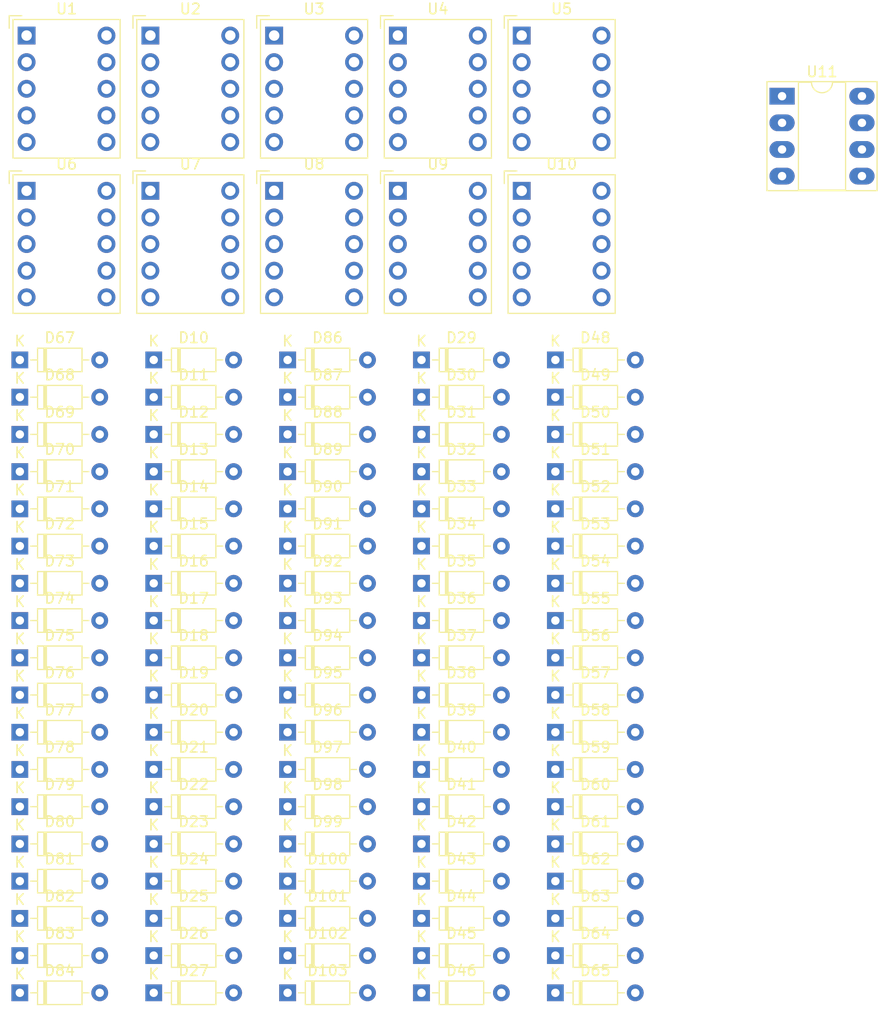
<source format=kicad_pcb>
(kicad_pcb (version 20221018) (generator pcbnew)
  (layers (0 "F.Cu" signal) (31 "B.Cu" signal) (34 "B.Paste" user) (35 "F.Paste" user) (36 "B.SilkS" user "B.Silkscreen") (37 "F.SilkS" user "F.Silkscreen") (38 "B.Mask" user) (39 "F.Mask" user) (44 "Edge.Cuts" user))
  (net 0 "")
  (net 1 "A")
  (net 2 "Q1")
  (net 3 "Q2")
  (net 4 "Q3")
  (net 5 "Q4")
  (net 6 "Q5")
  (net 7 "Q6")
  (net 8 "Q7")
  (net 9 "Q8")
  (net 10 "Q9")
  (net 11 "A'")
  (net 12 "Q1'")
  (net 13 "Q2'")
  (net 14 "Q3'")
  (net 15 "Q4'")
  (net 16 "Q5'")
  (net 17 "Q6'")
  (net 18 "Q7'")
  (net 19 "Q8'")
  (net 20 "Q9'")
  (net 21 "/Counter 1/G1")
  (net 22 "/Counter 1/F1")
  (net 23 "Earth")
  (net 24 "/Counter 1/E1")
  (net 25 "/Counter 1/D1")
  (net 27 "/Counter 1/C1")
  (net 28 "/Counter 1/B1")
  (net 29 "/Counter 1/A1")
  (net 30 "/Counter 1/G2")
  (net 31 "/Counter 1/F2")
  (net 32 "/Counter 1/E2")
  (net 33 "/Counter 1/D2")
  (net 35 "/Counter 1/C2")
  (net 36 "/Counter 1/B2")
  (net 37 "/Counter 1/A2")
  (net 38 "/Counter 2/G1")
  (net 39 "/Counter 2/F1")
  (net 40 "/Counter 2/E1")
  (net 41 "/Counter 2/D1")
  (net 43 "/Counter 2/C1")
  (net 44 "/Counter 2/B1")
  (net 45 "/Counter 2/A1")
  (net 46 "/Counter 2/G2")
  (net 47 "/Counter 2/F2")
  (net 48 "/Counter 2/E2")
  (net 49 "/Counter 2/D2")
  (net 51 "/Counter 2/C2")
  (net 52 "/Counter 2/B2")
  (net 53 "/Counter 2/A2")
  (net 54 "/Counter 3/G1")
  (net 55 "/Counter 3/F1")
  (net 56 "/Counter 3/E1")
  (net 57 "/Counter 3/D1")
  (net 59 "/Counter 3/C1")
  (net 60 "/Counter 3/B1")
  (net 61 "/Counter 3/A1")
  (net 62 "/Counter 3/G2")
  (net 63 "/Counter 3/F2")
  (net 64 "/Counter 3/E2")
  (net 65 "/Counter 3/D2")
  (net 67 "/Counter 3/C2")
  (net 68 "/Counter 3/B2")
  (net 69 "/Counter 3/A2")
  (net 70 "/Counter 4/G1")
  (net 71 "/Counter 4/F1")
  (net 72 "/Counter 4/E1")
  (net 73 "/Counter 4/D1")
  (net 75 "/Counter 4/C1")
  (net 76 "/Counter 4/B1")
  (net 77 "/Counter 4/A1")
  (net 78 "/Counter 4/G2")
  (net 79 "/Counter 4/F2")
  (net 80 "/Counter 4/E2")
  (net 81 "/Counter 4/D2")
  (net 83 "/Counter 4/C2")
  (net 84 "/Counter 4/B2")
  (net 85 "/Counter 4/A2")
  (net 86 "/Counter 5/G1")
  (net 87 "/Counter 5/F1")
  (net 88 "/Counter 5/E1")
  (net 89 "/Counter 5/D1")
  (net 91 "/Counter 5/C1")
  (net 92 "/Counter 5/B1")
  (net 93 "/Counter 5/A1")
  (net 94 "/Counter 5/G2")
  (net 95 "/Counter 5/F2")
  (net 96 "/Counter 5/E2")
  (net 97 "/Counter 5/D2")
  (net 99 "/Counter 5/C2")
  (net 100 "/Counter 5/B2")
  (net 101 "/Counter 5/A2")
  (net 102 "/Color Sensor/R")
  (net 103 "Net-(U11A--)")
  (net 104 "r")
  (net 105 "VCC")
  (net 106 "g")
  (net 107 "Net-(U11B--)")
  (net 108 "/Color Sensor/G")
  (net 109 "/Color Sensor/B")
  (footprint "Diode_THT:D_DO-35_SOD27_P7.62mm_Horizontal" (layer "F.Cu") (at 41.88 41.2)
    (fp_text reference "D59" (at 3.81 -2.12) (layer "F.SilkS"))
    (fp_text value "1N4148")
    (fp_text user "K" (at 0 -1.8) (layer "F.SilkS"))
    (pad "1" thru_hole rect (at 0 0) (size 1.6 1.6) (drill 0.8) (layers "*.Cu" "*.Mask") (net 11 "A'"))
    (pad "2" thru_hole oval (at 7.62 0) (size 1.6 1.6) (drill 0.8) (layers "*.Cu" "*.Mask") (net 14 "Q3'"))
  )
  (footprint "Diode_THT:D_DO-35_SOD27_P7.62mm_Horizontal" (layer "F.Cu") (at 16.34 2.15)
    (fp_text reference "D86" (at 3.81 -2.12) (layer "F.SilkS"))
    (fp_text value "1N4148")
    (fp_text user "K" (at 0 -1.8) (layer "F.SilkS"))
    (pad "1" thru_hole rect (at 0 0) (size 1.6 1.6) (drill 0.8) (layers "*.Cu" "*.Mask") (net 1 "A"))
    (pad "2" thru_hole oval (at 7.62 0) (size 1.6 1.6) (drill 0.8) (layers "*.Cu" "*.Mask") (net 2 "Q1"))
  )
  (footprint "Diode_THT:D_DO-35_SOD27_P7.62mm_Horizontal" (layer "F.Cu") (at 3.57 37.65)
    (fp_text reference "D20" (at 3.81 -2.12) (layer "F.SilkS"))
    (fp_text value "1N4148")
    (fp_text user "K" (at 0 -1.8) (layer "F.SilkS"))
    (pad "1" thru_hole rect (at 0 0) (size 1.6 1.6) (drill 0.8) (layers "*.Cu" "*.Mask") (net 11 "A'"))
    (pad "2" thru_hole oval (at 7.62 0) (size 1.6 1.6) (drill 0.8) (layers "*.Cu" "*.Mask") (net 13 "Q2'"))
  )
  (footprint "Diode_THT:D_DO-35_SOD27_P7.62mm_Horizontal" (layer "F.Cu") (at 16.34 48.3)
    (fp_text reference "D99" (at 3.81 -2.12) (layer "F.SilkS"))
    (fp_text value "1N4148")
    (fp_text user "K" (at 0 -1.8) (layer "F.SilkS"))
    (pad "1" thru_hole rect (at 0 0) (size 1.6 1.6) (drill 0.8) (layers "*.Cu" "*.Mask") (net 11 "A'"))
    (pad "2" thru_hole oval (at 7.62 0) (size 1.6 1.6) (drill 0.8) (layers "*.Cu" "*.Mask") (net 16 "Q5'"))
  )
  (footprint "Diode_THT:D_DO-35_SOD27_P7.62mm_Horizontal" (layer "F.Cu") (at 41.88 62.5)
    (fp_text reference "D65" (at 3.81 -2.12) (layer "F.SilkS"))
    (fp_text value "1N4148")
    (fp_text user "K" (at 0 -1.8) (layer "F.SilkS"))
    (pad "1" thru_hole rect (at 0 0) (size 1.6 1.6) (drill 0.8) (layers "*.Cu" "*.Mask") (net 11 "A'"))
    (pad "2" thru_hole oval (at 7.62 0) (size 1.6 1.6) (drill 0.8) (layers "*.Cu" "*.Mask") (net 20 "Q9'"))
  )
  (footprint "Diode_THT:D_DO-35_SOD27_P7.62mm_Horizontal" (layer "F.Cu") (at 16.34 62.5)
    (fp_text reference "D103" (at 3.81 -2.12) (layer "F.SilkS"))
    (fp_text value "1N4148")
    (fp_text user "K" (at 0 -1.8) (layer "F.SilkS"))
    (pad "1" thru_hole rect (at 0 0) (size 1.6 1.6) (drill 0.8) (layers "*.Cu" "*.Mask") (net 11 "A'"))
    (pad "2" thru_hole oval (at 7.62 0) (size 1.6 1.6) (drill 0.8) (layers "*.Cu" "*.Mask") (net 20 "Q9'"))
  )
  (footprint "Diode_THT:D_DO-35_SOD27_P7.62mm_Horizontal" (layer "F.Cu") (at -9.2 51.85)
    (fp_text reference "D81" (at 3.81 -2.12) (layer "F.SilkS"))
    (fp_text value "1N4148")
    (fp_text user "K" (at 0 -1.8) (layer "F.SilkS"))
    (pad "1" thru_hole rect (at 0 0) (size 1.6 1.6) (drill 0.8) (layers "*.Cu" "*.Mask") (net 11 "A'"))
    (pad "2" thru_hole oval (at 7.62 0) (size 1.6 1.6) (drill 0.8) (layers "*.Cu" "*.Mask") (net 17 "Q6'"))
  )
  (footprint "Display_7Segment:Sx39-1xxxxx" (layer "F.Cu") (at -8.555 -13.98)
    (fp_text reference "U6" (at 3.81 -2.54) (layer "F.SilkS"))
    (fp_text value "SC39-11EWA")
    (pad "1" thru_hole rect (at 0 0) (size 1.7 1.7) (drill 1) (layers "*.Cu" "*.Mask") (net 62 "/Counter 3/G2"))
    (pad "2" thru_hole circle (at 0 2.54) (size 1.7 1.7) (drill 1) (layers "*.Cu" "*.Mask") (net 63 "/Counter 3/F2"))
    (pad "3" thru_hole circle (at 0 5.08) (size 1.7 1.7) (drill 1) (layers "*.Cu" "*.Mask") (net 23 "Earth"))
    (pad "4" thru_hole circle (at 0 7.62) (size 1.7 1.7) (drill 1) (layers "*.Cu" "*.Mask") (net 64 "/Counter 3/E2"))
    (pad "5" thru_hole circle (at 0 10.16) (size 1.7 1.7) (drill 1) (layers "*.Cu" "*.Mask") (net 65 "/Counter 3/D2"))
    (pad "6" thru_hole circle (at 7.62 10.16) (size 1.7 1.7) (drill 1) (layers "*.Cu" "*.Mask"))
    (pad "7" thru_hole circle (at 7.62 7.62) (size 1.7 1.7) (drill 1) (layers "*.Cu" "*.Mask") (net 67 "/Counter 3/C2"))
    (pad "8" thru_hole circle (at 7.62 5.08) (size 1.7 1.7) (drill 1) (layers "*.Cu" "*.Mask") (net 23 "Earth"))
    (pad "9" thru_hole circle (at 7.62 2.54) (size 1.7 1.7) (drill 1) (layers "*.Cu" "*.Mask") (net 68 "/Counter 3/B2"))
    (pad "10" thru_hole circle (at 7.62 0) (size 1.7 1.7) (drill 1) (layers "*.Cu" "*.Mask") (net 69 "/Counter 3/A2"))
  )
  (footprint "Diode_THT:D_DO-35_SOD27_P7.62mm_Horizontal" (layer "F.Cu") (at 16.34 37.65)
    (fp_text reference "D96" (at 3.81 -2.12) (layer "F.SilkS"))
    (fp_text value "1N4148")
    (fp_text user "K" (at 0 -1.8) (layer "F.SilkS"))
    (pad "1" thru_hole rect (at 0 0) (size 1.6 1.6) (drill 0.8) (layers "*.Cu" "*.Mask") (net 11 "A'"))
    (pad "2" thru_hole oval (at 7.62 0) (size 1.6 1.6) (drill 0.8) (layers "*.Cu" "*.Mask") (net 13 "Q2'"))
  )
  (footprint "Diode_THT:D_DO-35_SOD27_P7.62mm_Horizontal" (layer "F.Cu") (at 16.34 19.9)
    (fp_text reference "D91" (at 3.81 -2.12) (layer "F.SilkS"))
    (fp_text value "1N4148")
    (fp_text user "K" (at 0 -1.8) (layer "F.SilkS"))
    (pad "1" thru_hole rect (at 0 0) (size 1.6 1.6) (drill 0.8) (layers "*.Cu" "*.Mask") (net 1 "A"))
    (pad "2" thru_hole oval (at 7.62 0) (size 1.6 1.6) (drill 0.8) (layers "*.Cu" "*.Mask") (net 7 "Q6"))
  )
  (footprint "Diode_THT:D_DO-35_SOD27_P7.62mm_Horizontal" (layer "F.Cu") (at 16.34 44.75)
    (fp_text reference "D98" (at 3.81 -2.12) (layer "F.SilkS"))
    (fp_text value "1N4148")
    (fp_text user "K" (at 0 -1.8) (layer "F.SilkS"))
    (pad "1" thru_hole rect (at 0 0) (size 1.6 1.6) (drill 0.8) (layers "*.Cu" "*.Mask") (net 11 "A'"))
    (pad "2" thru_hole oval (at 7.62 0) (size 1.6 1.6) (drill 0.8) (layers "*.Cu" "*.Mask") (net 15 "Q4'"))
  )
  (footprint "Diode_THT:D_DO-35_SOD27_P7.62mm_Horizontal" (layer "F.Cu") (at 29.11 23.45)
    (fp_text reference "D35" (at 3.81 -2.12) (layer "F.SilkS"))
    (fp_text value "1N4148")
    (fp_text user "K" (at 0 -1.8) (layer "F.SilkS"))
    (pad "1" thru_hole rect (at 0 0) (size 1.6 1.6) (drill 0.8) (layers "*.Cu" "*.Mask") (net 1 "A"))
    (pad "2" thru_hole oval (at 7.62 0) (size 1.6 1.6) (drill 0.8) (layers "*.Cu" "*.Mask") (net 8 "Q7"))
  )
  (footprint "Diode_THT:D_DO-35_SOD27_P7.62mm_Horizontal" (layer "F.Cu") (at 29.11 19.9)
    (fp_text reference "D34" (at 3.81 -2.12) (layer "F.SilkS"))
    (fp_text value "1N4148")
    (fp_text user "K" (at 0 -1.8) (layer "F.SilkS"))
    (pad "1" thru_hole rect (at 0 0) (size 1.6 1.6) (drill 0.8) (layers "*.Cu" "*.Mask") (net 1 "A"))
    (pad "2" thru_hole oval (at 7.62 0) (size 1.6 1.6) (drill 0.8) (layers "*.Cu" "*.Mask") (net 7 "Q6"))
  )
  (footprint "Diode_THT:D_DO-35_SOD27_P7.62mm_Horizontal" (layer "F.Cu") (at 3.57 30.55)
    (fp_text reference "D18" (at 3.81 -2.12) (layer "F.SilkS"))
    (fp_text value "1N4148")
    (fp_text user "K" (at 0 -1.8) (layer "F.SilkS"))
    (pad "1" thru_hole rect (at 0 0) (size 1.6 1.6) (drill 0.8) (layers "*.Cu" "*.Mask") (net 1 "A"))
    (pad "2" thru_hole oval (at 7.62 0) (size 1.6 1.6) (drill 0.8) (layers "*.Cu" "*.Mask") (net 10 "Q9"))
  )
  (footprint "Diode_THT:D_DO-35_SOD27_P7.62mm_Horizontal" (layer "F.Cu") (at 41.88 30.55)
    (fp_text reference "D56" (at 3.81 -2.12) (layer "F.SilkS"))
    (fp_text value "1N4148")
    (fp_text user "K" (at 0 -1.8) (layer "F.SilkS"))
    (pad "1" thru_hole rect (at 0 0) (size 1.6 1.6) (drill 0.8) (layers "*.Cu" "*.Mask") (net 1 "A"))
    (pad "2" thru_hole oval (at 7.62 0) (size 1.6 1.6) (drill 0.8) (layers "*.Cu" "*.Mask") (net 10 "Q9"))
  )
  (footprint "Diode_THT:D_DO-35_SOD27_P7.62mm_Horizontal" (layer "F.Cu") (at 16.34 58.95)
    (fp_text reference "D102" (at 3.81 -2.12) (layer "F.SilkS"))
    (fp_text value "1N4148")
    (fp_text user "K" (at 0 -1.8) (layer "F.SilkS"))
    (pad "1" thru_hole rect (at 0 0) (size 1.6 1.6) (drill 0.8) (layers "*.Cu" "*.Mask") (net 11 "A'"))
    (pad "2" thru_hole oval (at 7.62 0) (size 1.6 1.6) (drill 0.8) (layers "*.Cu" "*.Mask") (net 19 "Q8'"))
  )
  (footprint "Diode_THT:D_DO-35_SOD27_P7.62mm_Horizontal" (layer "F.Cu") (at 41.88 9.25)
    (fp_text reference "D50" (at 3.81 -2.12) (layer "F.SilkS"))
    (fp_text value "1N4148")
    (fp_text user "K" (at 0 -1.8) (layer "F.SilkS"))
    (pad "1" thru_hole rect (at 0 0) (size 1.6 1.6) (drill 0.8) (layers "*.Cu" "*.Mask") (net 1 "A"))
    (pad "2" thru_hole oval (at 7.62 0) (size 1.6 1.6) (drill 0.8) (layers "*.Cu" "*.Mask") (net 4 "Q3"))
  )
  (footprint "Diode_THT:D_DO-35_SOD27_P7.62mm_Horizontal" (layer "F.Cu") (at 29.11 9.25)
    (fp_text reference "D31" (at 3.81 -2.12) (layer "F.SilkS"))
    (fp_text value "1N4148")
    (fp_text user "K" (at 0 -1.8) (layer "F.SilkS"))
    (pad "1" thru_hole rect (at 0 0) (size 1.6 1.6) (drill 0.8) (layers "*.Cu" "*.Mask") (net 1 "A"))
    (pad "2" thru_hole oval (at 7.62 0) (size 1.6 1.6) (drill 0.8) (layers "*.Cu" "*.Mask") (net 4 "Q3"))
  )
  (footprint "Diode_THT:D_DO-35_SOD27_P7.62mm_Horizontal" (layer "F.Cu") (at 16.34 30.55)
    (fp_text reference "D94" (at 3.81 -2.12) (layer "F.SilkS"))
    (fp_text value "1N4148")
    (fp_text user "K" (at 0 -1.8) (layer "F.SilkS"))
    (pad "1" thru_hole rect (at 0 0) (size 1.6 1.6) (drill 0.8) (layers "*.Cu" "*.Mask") (net 1 "A"))
    (pad "2" thru_hole oval (at 7.62 0) (size 1.6 1.6) (drill 0.8) (layers "*.Cu" "*.Mask") (net 10 "Q9"))
  )
  (footprint "Diode_THT:D_DO-35_SOD27_P7.62mm_Horizontal" (layer "F.Cu") (at -9.2 37.65)
    (fp_text reference "D77" (at 3.81 -2.12) (layer "F.SilkS"))
    (fp_text value "1N4148")
    (fp_text user "K" (at 0 -1.8) (layer "F.SilkS"))
    (pad "1" thru_hole rect (at 0 0) (size 1.6 1.6) (drill 0.8) (layers "*.Cu" "*.Mask") (net 11 "A'"))
    (pad "2" thru_hole oval (at 7.62 0) (size 1.6 1.6) (drill 0.8) (layers "*.Cu" "*.Mask") (net 13 "Q2'"))
  )
  (footprint "Diode_THT:D_DO-35_SOD27_P7.62mm_Horizontal" (layer "F.Cu") (at 3.57 51.85)
    (fp_text reference "D24" (at 3.81 -2.12) (layer "F.SilkS"))
    (fp_text value "1N4148")
    (fp_text user "K" (at 0 -1.8) (layer "F.SilkS"))
    (pad "1" thru_hole rect (at 0 0) (size 1.6 1.6) (drill 0.8) (layers "*.Cu" "*.Mask") (net 11 "A'"))
    (pad "2" thru_hole oval (at 7.62 0) (size 1.6 1.6) (drill 0.8) (layers "*.Cu" "*.Mask") (net 17 "Q6'"))
  )
  (footprint "Diode_THT:D_DO-35_SOD27_P7.62mm_Horizontal" (layer "F.Cu") (at 41.88 16.35)
    (fp_text reference "D52" (at 3.81 -2.12) (layer "F.SilkS"))
    (fp_text value "1N4148")
    (fp_text user "K" (at 0 -1.8) (layer "F.SilkS"))
    (pad "1" thru_hole rect (at 0 0) (size 1.6 1.6) (drill 0.8) (layers "*.Cu" "*.Mask") (net 1 "A"))
    (pad "2" thru_hole oval (at 7.62 0) (size 1.6 1.6) (drill 0.8) (layers "*.Cu" "*.Mask") (net 6 "Q5"))
  )
  (footprint "Diode_THT:D_DO-35_SOD27_P7.62mm_Horizontal" (layer "F.Cu") (at 41.88 2.15)
    (fp_text reference "D48" (at 3.81 -2.12) (layer "F.SilkS"))
    (fp_text value "1N4148")
    (fp_text user "K" (at 0 -1.8) (layer "F.SilkS"))
    (pad "1" thru_hole rect (at 0 0) (size 1.6 1.6) (drill 0.8) (layers "*.Cu" "*.Mask") (net 1 "A"))
    (pad "2" thru_hole oval (at 7.62 0) (size 1.6 1.6) (drill 0.8) (layers "*.Cu" "*.Mask") (net 2 "Q1"))
  )
  (footprint "Display_7Segment:Sx39-1xxxxx" (layer "F.Cu") (at 26.86 -28.785)
    (fp_text reference "U4" (at 3.81 -2.54) (layer "F.SilkS"))
    (fp_text value "SC39-11EWA")
    (pad "1" thru_hole rect (at 0 0) (size 1.7 1.7) (drill 1) (layers "*.Cu" "*.Mask") (net 46 "/Counter 2/G2"))
    (pad "2" thru_hole circle (at 0 2.54) (size 1.7 1.7) (drill 1) (layers "*.Cu" "*.Mask") (net 47 "/Counter 2/F2"))
    (pad "3" thru_hole circle (at 0 5.08) (size 1.7 1.7) (drill 1) (layers "*.Cu" "*.Mask") (net 23 "Earth"))
    (pad "4" thru_hole circle (at 0 7.62) (size 1.7 1.7) (drill 1) (layers "*.Cu" "*.Mask") (net 48 "/Counter 2/E2"))
    (pad "5" thru_hole circle (at 0 10.16) (size 1.7 1.7) (drill 1) (layers "*.Cu" "*.Mask") (net 49 "/Counter 2/D2"))
    (pad "6" thru_hole circle (at 7.62 10.16) (size 1.7 1.7) (drill 1) (layers "*.Cu" "*.Mask"))
    (pad "7" thru_hole circle (at 7.62 7.62) (size 1.7 1.7) (drill 1) (layers "*.Cu" "*.Mask") (net 51 "/Counter 2/C2"))
    (pad "8" thru_hole circle (at 7.62 5.08) (size 1.7 1.7) (drill 1) (layers "*.Cu" "*.Mask") (net 23 "Earth"))
    (pad "9" thru_hole circle (at 7.62 2.54) (size 1.7 1.7) (drill 1) (layers "*.Cu" "*.Mask") (net 52 "/Counter 2/B2"))
    (pad "10" thru_hole circle (at 7.62 0) (size 1.7 1.7) (drill 1) (layers "*.Cu" "*.Mask") (net 53 "/Counter 2/A2"))
  )
  (footprint "Diode_THT:D_DO-35_SOD27_P7.62mm_Horizontal" (layer "F.Cu") (at 41.88 51.85)
    (fp_text reference "D62" (at 3.81 -2.12) (layer "F.SilkS"))
    (fp_text value "1N4148")
    (fp_text user "K" (at 0 -1.8) (layer "F.SilkS"))
    (pad "1" thru_hole rect (at 0 0) (size 1.6 1.6) (drill 0.8) (layers "*.Cu" "*.Mask") (net 11 "A'"))
    (pad "2" thru_hole oval (at 7.62 0) (size 1.6 1.6) (drill 0.8) (layers "*.Cu" "*.Mask") (net 17 "Q6'"))
  )
  (footprint "Diode_THT:D_DO-35_SOD27_P7.62mm_Horizontal" (layer "F.Cu") (at 41.88 19.9)
    (fp_text reference "D53" (at 3.81 -2.12) (layer "F.SilkS"))
    (fp_text value "1N4148")
    (fp_text user "K" (at 0 -1.8) (layer "F.SilkS"))
    (pad "1" thru_hole rect (at 0 0) (size 1.6 1.6) (drill 0.8) (layers "*.Cu" "*.Mask") (net 1 "A"))
    (pad "2" thru_hole oval (at 7.62 0) (size 1.6 1.6) (drill 0.8) (layers "*.Cu" "*.Mask") (net 7 "Q6"))
  )
  (footprint "Diode_THT:D_DO-35_SOD27_P7.62mm_Horizontal" (layer "F.Cu") (at 29.11 27)
    (fp_text reference "D36" (at 3.81 -2.12) (layer "F.SilkS"))
    (fp_text value "1N4148")
    (fp_text user "K" (at 0 -1.8) (layer "F.SilkS"))
    (pad "1" thru_hole rect (at 0 0) (size 1.6 1.6) (drill 0.8) (layers "*.Cu" "*.Mask") (net 1 "A"))
    (pad "2" thru_hole oval (at 7.62 0) (size 1.6 1.6) (drill 0.8) (layers "*.Cu" "*.Mask") (net 9 "Q8"))
  )
  (footprint "Diode_THT:D_DO-35_SOD27_P7.62mm_Horizontal" (layer "F.Cu") (at 29.11 34.1)
    (fp_text reference "D38" (at 3.81 -2.12) (layer "F.SilkS"))
    (fp_text value "1N4148")
    (fp_text user "K" (at 0 -1.8) (layer "F.SilkS"))
    (pad "1" thru_hole rect (at 0 0) (size 1.6 1.6) (drill 0.8) (layers "*.Cu" "*.Mask") (net 11 "A'"))
    (pad "2" thru_hole oval (at 7.62 0) (size 1.6 1.6) (drill 0.8) (layers "*.Cu" "*.Mask") (net 12 "Q1'"))
  )
  (footprint "Diode_THT:D_DO-35_SOD27_P7.62mm_Horizontal" (layer "F.Cu") (at -9.2 23.45)
    (fp_text reference "D73" (at 3.81 -2.12) (layer "F.SilkS"))
    (fp_text value "1N4148")
    (fp_text user "K" (at 0 -1.8) (layer "F.SilkS"))
    (pad "1" thru_hole rect (at 0 0) (size 1.6 1.6) (drill 0.8) (layers "*.Cu" "*.Mask") (net 1 "A"))
    (pad "2" thru_hole oval (at 7.62 0) (size 1.6 1.6) (drill 0.8) (layers "*.Cu" "*.Mask") (net 8 "Q7"))
  )
  (footprint "Diode_THT:D_DO-35_SOD27_P7.62mm_Horizontal" (layer "F.Cu") (at 3.57 58.95)
    (fp_text reference "D26" (at 3.81 -2.12) (layer "F.SilkS"))
    (fp_text value "1N4148")
    (fp_text user "K" (at 0 -1.8) (layer "F.SilkS"))
    (pad "1" thru_hole rect (at 0 0) (size 1.6 1.6) (drill 0.8) (layers "*.Cu" "*.Mask") (net 11 "A'"))
    (pad "2" thru_hole oval (at 7.62 0) (size 1.6 1.6) (drill 0.8) (layers "*.Cu" "*.Mask") (net 19 "Q8'"))
  )
  (footprint "Diode_THT:D_DO-35_SOD27_P7.62mm_Horizontal" (layer "F.Cu") (at -9.2 62.5)
    (fp_text reference "D84" (at 3.81 -2.12) (layer "F.SilkS"))
    (fp_text value "1N4148")
    (fp_text user "K" (at 0 -1.8) (layer "F.SilkS"))
    (pad "1" thru_hole rect (at 0 0) (size 1.6 1.6) (drill 0.8) (layers "*.Cu" "*.Mask") (net 11 "A'"))
    (pad "2" thru_hole oval (at 7.62 0) (size 1.6 1.6) (drill 0.8) (layers "*.Cu" "*.Mask") (net 20 "Q9'"))
  )
  (footprint "Diode_THT:D_DO-35_SOD27_P7.62mm_Horizontal" (layer "F.Cu") (at 16.34 5.7)
    (fp_text reference "D87" (at 3.81 -2.12) (layer "F.SilkS"))
    (fp_text value "1N4148")
    (fp_text user "K" (at 0 -1.8) (layer "F.SilkS"))
    (pad "1" thru_hole rect (at 0 0) (size 1.6 1.6) (drill 0.8) (layers "*.Cu" "*.Mask") (net 1 "A"))
    (pad "2" thru_hole oval (at 7.62 0) (size 1.6 1.6) (drill 0.8) (layers "*.Cu" "*.Mask") (net 3 "Q2"))
  )
  (footprint "Diode_THT:D_DO-35_SOD27_P7.62mm_Horizontal" (layer "F.Cu") (at 3.57 41.2)
    (fp_text reference "D21" (at 3.81 -2.12) (layer "F.SilkS"))
    (fp_text value "1N4148")
    (fp_text user "K" (at 0 -1.8) (layer "F.SilkS"))
    (pad "1" thru_hole rect (at 0 0) (size 1.6 1.6) (drill 0.8) (layers "*.Cu" "*.Mask") (net 11 "A'"))
    (pad "2" thru_hole oval (at 7.62 0) (size 1.6 1.6) (drill 0.8) (layers "*.Cu" "*.Mask") (net 14 "Q3'"))
  )
  (footprint "Diode_THT:D_DO-35_SOD27_P7.62mm_Horizontal" (layer "F.Cu") (at -9.2 5.7)
    (fp_text reference "D68" (at 3.81 -2.12) (layer "F.SilkS"))
    (fp_text value "1N4148")
    (fp_text user "K" (at 0 -1.8) (layer "F.SilkS"))
    (pad "1" thru_hole rect (at 0 0) (size 1.6 1.6) (drill 0.8) (layers "*.Cu" "*.Mask") (net 1 "A"))
    (pad "2" thru_hole oval (at 7.62 0) (size 1.6 1.6) (drill 0.8) (layers "*.Cu" "*.Mask") (net 3 "Q2"))
  )
  (footprint "Diode_THT:D_DO-35_SOD27_P7.62mm_Horizontal" (layer "F.Cu") (at -9.2 12.8)
    (fp_text reference "D70" (at 3.81 -2.12) (layer "F.SilkS"))
    (fp_text value "1N4148")
    (fp_text user "K" (at 0 -1.8) (layer "F.SilkS"))
    (pad "1" thru_hole rect (at 0 0) (size 1.6 1.6) (drill 0.8) (layers "*.Cu" "*.Mask") (net 1 "A"))
    (pad "2" thru_hole oval (at 7.62 0) (size 1.6 1.6) (drill 0.8) (layers "*.Cu" "*.Mask") (net 5 "Q4"))
  )
  (footprint "Diode_THT:D_DO-35_SOD27_P7.62mm_Horizontal" (layer "F.Cu") (at 16.34 51.85)
    (fp_text reference "D100" (at 3.81 -2.12) (layer "F.SilkS"))
    (fp_text value "1N4148")
    (fp_text user "K" (at 0 -1.8) (layer "F.SilkS"))
    (pad "1" thru_hole rect (at 0 0) (size 1.6 1.6) (drill 0.8) (layers "*.Cu" "*.Mask") (net 11 "A'"))
    (pad "2" thru_hole oval (at 7.62 0) (size 1.6 1.6) (drill 0.8) (layers "*.Cu" "*.Mask") (net 17 "Q6'"))
  )
  (footprint "Diode_THT:D_DO-35_SOD27_P7.62mm_Horizontal" (layer "F.Cu") (at -9.2 41.2)
    (fp_text reference "D78" (at 3.81 -2.12) (layer "F.SilkS"))
    (fp_text value "1N4148")
    (fp_text user "K" (at 0 -1.8) (layer "F.SilkS"))
    (pad "1" thru_hole rect (at 0 0) (size 1.6 1.6) (drill 0.8) (layers "*.Cu" "*.Mask") (net 11 "A'"))
    (pad "2" thru_hole oval (at 7.62 0) (size 1.6 1.6) (drill 0.8) (layers "*.Cu" "*.Mask") (net 14 "Q3'"))
  )
  (footprint "Diode_THT:D_DO-35_SOD27_P7.62mm_Horizontal" (layer "F.Cu") (at 29.11 55.4)
    (fp_text reference "D44" (at 3.81 -2.12) (layer "F.SilkS"))
    (fp_text value "1N4148")
    (fp_text user "K" (at 0 -1.8) (layer "F.SilkS"))
    (pad "1" thru_hole rect (at 0 0) (size 1.6 1.6) (drill 0.8) (layers "*.Cu" "*.Mask") (net 11 "A'"))
    (pad "2" thru_hole oval (at 7.62 0) (size 1.6 1.6) (drill 0.8) (layers "*.Cu" "*.Mask") (net 18 "Q7'"))
  )
  (footprint "Diode_THT:D_DO-35_SOD27_P7.62mm_Horizontal" (layer "F.Cu") (at -9.2 27)
    (fp_text reference "D74" (at 3.81 -2.12) (layer "F.SilkS"))
    (fp_text value "1N4148")
    (fp_text user "K" (at 0 -1.8) (layer "F.SilkS"))
    (pad "1" thru_hole rect (at 0 0) (size 1.6 1.6) (drill 0.8) (layers "*.Cu" "*.Mask") (net 1 "A"))
    (pad "2" thru_hole oval (at 7.62 0) (size 1.6 1.6) (drill 0.8) (layers "*.Cu" "*.Mask") (net 9 "Q8"))
  )
  (footprint "Diode_THT:D_DO-35_SOD27_P7.62mm_Horizontal" (layer "F.Cu") (at -9.2 9.25)
    (fp_text reference "D69" (at 3.81 -2.12) (layer "F.SilkS"))
    (fp_text value "1N4148")
    (fp_text user "K" (at 0 -1.8) (layer "F.SilkS"))
    (pad "1" thru_hole rect (at 0 0) (size 1.6 1.6) (drill 0.8) (layers "*.Cu" "*.Mask") (net 1 "A"))
    (pad "2" thru_hole oval (at 7.62 0) (size 1.6 1.6) (drill 0.8) (layers "*.Cu" "*.Mask") (net 4 "Q3"))
  )
  (footprint "Diode_THT:D_DO-35_SOD27_P7.62mm_Horizontal" (layer "F.Cu") (at -9.2 30.55)
    (fp_text reference "D75" (at 3.81 -2.12) (layer "F.SilkS"))
    (fp_text value "1N4148")
    (fp_text user "K" (at 0 -1.8) (layer "F.SilkS"))
    (pad "1" thru_hole rect (at 0 0) (size 1.6 1.6) (drill 0.8) (layers "*.Cu" "*.Mask") (net 1 "A"))
    (pad "2" thru_hole oval (at 7.62 0) (size 1.6 1.6) (drill 0.8) (layers "*.Cu" "*.Mask") (net 10 "Q9"))
  )
  (footprint "Diode_THT:D_DO-35_SOD27_P7.62mm_Horizontal" (layer "F.Cu") (at 3.57 55.4)
    (fp_text reference "D25" (at 3.81 -2.12) (layer "F.SilkS"))
    (fp_text value "1N4148")
    (fp_text user "K" (at 0 -1.8) (layer "F.SilkS"))
    (pad "1" thru_hole rect (at 0 0) (size 1.6 1.6) (drill 0.8) (layers "*.Cu" "*.Mask") (net 11 "A'"))
    (pad "2" thru_hole oval (at 7.62 0) (size 1.6 1.6) (drill 0.8) (layers "*.Cu" "*.Mask") (net 18 "Q7'"))
  )
  (footprint "Display_7Segment:Sx39-1xxxxx" (layer "F.Cu") (at 3.25 -28.785)
    (fp_text reference "U2" (at 3.81 -2.54) (layer "F.SilkS"))
    (fp_text value "SC39-11EWA")
    (pad "1" thru_hole rect (at 0 0) (size 1.7 1.7) (drill 1) (layers "*.Cu" "*.Mask") (net 30 "/Counter 1/G2"))
    (pad "2" thru_hole circle (at 0 2.54) (size 1.7 1.7) (drill 1) (layers "*.Cu" "*.Mask") (net 31 "/Counter 1/F2"))
    (pad "3" thru_hole circle (at 0 5.08) (size 1.7 1.7) (drill 1) (layers "*.Cu" "*.Mask") (net 23 "Earth"))
    (pad "4" thru_hole circle (at 0 7.62) (size 1.7 1.7) (drill 1) (layers "*.Cu" "*.Mask") (net 32 "/Counter 1/E2"))
    (pad "5" thru_hole circle (at 0 10.16) (size 1.7 1.7) (drill 1) (layers "*.Cu" "*.Mask") (net 33 "/Counter 1/D2"))
    (pad "6" thru_hole circle (at 7.62 10.16) (size 1.7 1.7) (drill 1) (layers "*.Cu" "*.Mask"))
    (pad "7" thru_hole circle (at 7.62 7.62) (size 1.7 1.7) (drill 1) (layers "*.Cu" "*.Mask") (net 35 "/Counter 1/C2"))
    (pad "8" thru_hole circle (at 7.62 5.08) (size 1.7 1.7) (drill 1) (layers "*.Cu" "*.Mask") (net 23 "Earth"))
    (pad "9" thru_hole circle (at 7.62 2.54) (size 1.7 1.7) (drill 1) (layers "*.Cu" "*.Mask") (net 36 "/Counter 1/B2"))
    (pad "10" thru_hole circle (at 7.62 0) (size 1.7 1.7) (drill 1) (layers "*.Cu" "*.Mask") (net 37 "/Counter 1/A2"))
  )
  (footprint "Diode_THT:D_DO-35_SOD27_P7.62mm_Horizontal" (layer "F.Cu") (at 41.88 48.3)
    (fp_text reference "D61" (at 3.81 -2.12) (layer "F.SilkS"))
    (fp_text value "1N4148")
    (fp_text user "K" (at 0 -1.8) (layer "F.SilkS"))
    (pad "1" thru_hole rect (at 0 0) (size 1.6 1.6) (drill 0.8) (layers "*.Cu" "*.Mask") (net 11 "A'"))
    (pad "2" thru_hole oval (at 7.62 0) (size 1.6 1.6) (drill 0.8) (layers "*.Cu" "*.Mask") (net 16 "Q5'"))
  )
  (footprint "Diode_THT:D_DO-35_SOD27_P7.62mm_Horizontal" (layer "F.Cu") (at -9.2 34.1)
    (fp_text reference "D76" (at 3.81 -2.12) (layer "F.SilkS"))
    (fp_text value "1N4148")
    (fp_text user "K" (at 0 -1.8) (layer "F.SilkS"))
    (pad "1" thru_hole rect (at 0 0) (size 1.6 1.6) (drill 0.8) (layers "*.Cu" "*.Mask") (net 11 "A'"))
    (pad "2" thru_hole oval (at 7.62 0) (size 1.6 1.6) (drill 0.8) (layers "*.Cu" "*.Mask") (net 12 "Q1'"))
  )
  (footprint "Diode_THT:D_DO-35_SOD27_P7.62mm_Horizontal" (layer "F.Cu") (at 3.57 2.15)
    (fp_text reference "D10" (at 3.81 -2.12) (layer "F.SilkS"))
    (fp_text value "1N4148")
    (fp_text user "K" (at 0 -1.8) (layer "F.SilkS"))
    (pad "1" thru_hole rect (at 0 0) (size 1.6 1.6) (drill 0.8) (layers "*.Cu" "*.Mask") (net 1 "A"))
    (pad "2" thru_hole oval (at 7.62 0) (size 1.6 1.6) (drill 0.8) (layers "*.Cu" "*.Mask") (net 2 "Q1"))
  )
  (footprint "Diode_THT:D_DO-35_SOD27_P7.62mm_Horizontal" (layer "F.Cu") (at -9.2 48.3)
    (fp_text reference "D80" (at 3.81 -2.12) (layer "F.SilkS"))
    (fp_text value "1N4148")
    (fp_text user "K" (at 0 -1.8) (layer "F.SilkS"))
    (pad "1" thru_hole rect (at 0 0) (size 1.6 1.6) (drill 0.8) (layers "*.Cu" "*.Mask") (net 11 "A'"))
    (pad "2" thru_hole oval (at 7.62 0) (size 1.6 1.6) (drill 0.8) (layers "*.Cu" "*.Mask") (net 16 "Q5'"))
  )
  (footprint "Diode_THT:D_DO-35_SOD27_P7.62mm_Horizontal" (layer "F.Cu") (at -9.2 44.75)
    (fp_text reference "D79" (at 3.81 -2.12) (layer "F.SilkS"))
    (fp_text value "1N4148")
    (fp_text user "K" (at 0 -1.8) (layer "F.SilkS"))
    (pad "1" thru_hole rect (at 0 0) (size 1.6 1.6) (drill 0.8) (layers "*.Cu" "*.Mask") (net 11 "A'"))
    (pad "2" thru_hole oval (at 7.62 0) (size 1.6 1.6) (drill 0.8) (layers "*.Cu" "*.Mask") (net 15 "Q4'"))
  )
  (footprint "Diode_THT:D_DO-35_SOD27_P7.62mm_Horizontal" (layer "F.Cu") (at -9.2 2.15)
    (fp_text reference "D67" (at 3.81 -2.12) (layer "F.SilkS"))
    (fp_text value "1N4148")
    (fp_text user "K" (at 0 -1.8) (layer "F.SilkS"))
    (pad "1" thru_hole rect (at 0 0) (size 1.6 1.6) (drill 0.8) (layers "*.Cu" "*.Mask") (net 1 "A"))
    (pad "2" thru_hole oval (at 7.62 0) (size 1.6 1.6) (drill 0.8) (layers "*.Cu" "*.Mask") (net 2 "Q1"))
  )
  (footprint "Display_7Segment:Sx39-1xxxxx" (layer "F.Cu") (at 15.055 -13.98)
    (fp_text reference "U8" (at 3.81 -2.54) (layer "F.SilkS"))
    (fp_text value "SC39-11EWA")
    (pad "1" thru_hole rect (at 0 0) (size 1.7 1.7) (drill 1) (layers "*.Cu" "*.Mask") (net 78 "/Counter 4/G2"))
    (pad "2" thru_hole circle (at 0 2.54) (size 1.7 1.7) (drill 1) (layers "*.Cu" "*.Mask") (net 79 "/Counter 4/F2"))
    (pad "3" thru_hole circle (at 0 5.08) (size 1.7 1.7) (drill 1) (layers "*.Cu" "*.Mask") (net 23 "Earth"))
    (pad "4" thru_hole circle (at 0 7.62) (size 1.7 1.7) (drill 1) (layers "*.Cu" "*.Mask") (net 80 "/Counter 4/E2"))
    (pad "5" thru_hole circle (at 0 10.16) (size 1.7 1.7) (drill 1) (layers "*.Cu" "*.Mask") (net 81 "/Counter 4/D2"))
    (pad "6" thru_hole circle (at 7.62 10.16) (size 1.7 1.7) (drill 1) (layers "*.Cu" "*.Mask"))
    (pad "7" thru_hole circle (at 7.62 7.62) (size 1.7 1.7) (drill 1) (layers "*.Cu" "*.Mask") (net 83 "/Counter 4/C2"))
    (pad "8" thru_hole circle (at 7.62 5.08) (size 1.7 1.7) (drill 1) (layers "*.Cu" "*.Mask") (net 23 "Earth"))
    (pad "9" thru_hole circle (at 7.62 2.54) (size 1.7 1.7) (drill 1) (layers "*.Cu" "*.Mask") (net 84 "/Counter 4/B2"))
    (pad "10" thru_hole circle (at 7.62 0) (size 1.7 1.7) (drill 1) (layers "*.Cu" "*.Mask") (net 85 "/Counter 4/A2"))
  )
  (footprint "Diode_THT:D_DO-35_SOD27_P7.62mm_Horizontal" (layer "F.Cu") (at 29.11 2.15)
    (fp_text reference "D29" (at 3.81 -2.12) (layer "F.SilkS"))
    (fp_text value "1N4148")
    (fp_text user "K" (at 0 -1.8) (layer "F.SilkS"))
    (pad "1" thru_hole rect (at 0 0) (size 1.6 1.6) (drill 0.8) (layers "*.Cu" "*.Mask") (net 1 "A"))
    (pad "2" thru_hole oval (at 7.62 0) (size 1.6 1.6) (drill 0.8) (layers "*.Cu" "*.Mask") (net 2 "Q1"))
  )
  (footprint "Diode_THT:D_DO-35_SOD27_P7.62mm_Horizontal" (layer "F.Cu") (at 3.57 16.35)
    (fp_text reference "D14" (at 3.81 -2.12) (layer "F.SilkS"))
    (fp_text value "1N4148")
    (fp_text user "K" (at 0 -1.8) (layer "F.SilkS"))
    (pad "1" thru_hole rect (at 0 0) (size 1.6 1.6) (drill 0.8) (layers "*.Cu" "*.Mask") (net 1 "A"))
    (pad "2" thru_hole oval (at 7.62 0) (size 1.6 1.6) (drill 0.8) (layers "*.Cu" "*.Mask") (net 6 "Q5"))
  )
  (footprint "Diode_THT:D_DO-35_SOD27_P7.62mm_Horizontal" (layer "F.Cu") (at 29.11 62.5)
    (fp_text reference "D46" (at 3.81 -2.12) (layer "F.SilkS"))
    (fp_text value "1N4148")
    (fp_text user "K" (at 0 -1.8) (layer "F.SilkS"))
    (pad "1" thru_hole rect (at 0 0) (size 1.6 1.6) (drill 0.8) (layers "*.Cu" "*.Mask") (net 11 "A'"))
    (pad "2" thru_hole oval (at 7.62 0) (size 1.6 1.6) (drill 0.8) (layers "*.Cu" "*.Mask") (net 20 "Q9'"))
  )
  (footprint "Diode_THT:D_DO-35_SOD27_P7.62mm_Horizontal" (layer "F.Cu") (at 3.57 19.9)
    (fp_text reference "D15" (at 3.81 -2.12) (layer "F.SilkS"))
    (fp_text value "1N4148")
    (fp_text user "K" (at 0 -1.8) (layer "F.SilkS"))
    (pad "1" thru_hole rect (at 0 0) (size 1.6 1.6) (drill 0.8) (layers "*.Cu" "*.Mask") (net 1 "A"))
    (pad "2" thru_hole oval (at 7.62 0) (size 1.6 1.6) (drill 0.8) (layers "*.Cu" "*.Mask") (net 7 "Q6"))
  )
  (footprint "Diode_THT:D_DO-35_SOD27_P7.62mm_Horizontal" (layer "F.Cu") (at 41.88 58.95)
    (fp_text reference "D64" (at 3.81 -2.12) (layer "F.SilkS"))
    (fp_text value "1N4148")
    (fp_text user "K" (at 0 -1.8) (layer "F.SilkS"))
    (pad "1" thru_hole rect (at 0 0) (size 1.6 1.6) (drill 0.8) (layers "*.Cu" "*.Mask") (net 11 "A'"))
    (pad "2" thru_hole oval (at 7.62 0) (size 1.6 1.6) (drill 0.8) (layers "*.Cu" "*.Mask") (net 19 "Q8'"))
  )
  (footprint "Diode_THT:D_DO-35_SOD27_P7.62mm_Horizontal" (layer "F.Cu") (at 3.57 62.5)
    (fp_text reference "D27" (at 3.81 -2.12) (layer "F.SilkS"))
    (fp_text value "1N4148")
    (fp_text user "K" (at 0 -1.8) (layer "F.SilkS"))
    (pad "1" thru_hole rect (at 0 0) (size 1.6 1.6) (drill 0.8) (layers "*.Cu" "*.Mask") (net 11 "A'"))
    (pad "2" thru_hole oval (at 7.62 0) (size 1.6 1.6) (drill 0.8) (layers "*.Cu" "*.Mask") (net 20 "Q9'"))
  )
  (footprint "Diode_THT:D_DO-35_SOD27_P7.62mm_Horizontal" (layer "F.Cu") (at 29.11 16.35)
    (fp_text reference "D33" (at 3.81 -2.12) (layer "F.SilkS"))
    (fp_text value "1N4148")
    (fp_text user "K" (at 0 -1.8) (layer "F.SilkS"))
    (pad "1" thru_hole rect (at 0 0) (size 1.6 1.6) (drill 0.8) (layers "*.Cu" "*.Mask") (net 1 "A"))
    (pad "2" thru_hole oval (at 7.62 0) (size 1.6 1.6) (drill 0.8) (layers "*.Cu" "*.Mask") (net 6 "Q5"))
  )
  (footprint "Diode_THT:D_DO-35_SOD27_P7.62mm_Horizontal" (layer "F.Cu") (at 16.34 41.2)
    (fp_text reference "D97" (at 3.81 -2.12) (layer "F.SilkS"))
    (fp_text value "1N4148")
    (fp_text user "K" (at 0 -1.8) (layer "F.SilkS"))
    (pad "1" thru_hole rect (at 0 0) (size 1.6 1.6) (drill 0.8) (layers "*.Cu" "*.Mask") (net 11 "A'"))
    (pad "2" thru_hole oval (at 7.62 0) (size 1.6 1.6) (drill 0.8) (layers "*.Cu" "*.Mask") (net 14 "Q3'"))
  )
  (footprint "Diode_THT:D_DO-35_SOD27_P7.62mm_Horizontal" (layer "F.Cu") (at 29.11 58.95)
    (fp_text reference "D45" (at 3.81 -2.12) (layer "F.SilkS"))
    (fp_text value "1N4148")
    (fp_text user "K" (at 0 -1.8) (layer "F.SilkS"))
    (pad "1" thru_hole rect (at 0 0) (size 1.6 1.6) (drill 0.8) (layers "*.Cu" "*.Mask") (net 11 "A'"))
    (pad "2" thru_hole oval (at 7.62 0) (size 1.6 1.6) (drill 0.8) (layers "*.Cu" "*.Mask") (net 19 "Q8'"))
  )
  (footprint "Diode_THT:D_DO-35_SOD27_P7.62mm_Horizontal" (layer "F.Cu") (at -9.2 58.95)
    (fp_text reference "D83" (at 3.81 -2.12) (layer "F.SilkS"))
    (fp_text value "1N4148")
    (fp_text user "K" (at 0 -1.8) (layer "F.SilkS"))
    (pad "1" thru_hole rect (at 0 0) (size 1.6 1.6) (drill 0.8) (layers "*.Cu" "*.Mask") (net 11 "A'"))
    (pad "2" thru_hole oval (at 7.62 0) (size 1.6 1.6) (drill 0.8) (layers "*.Cu" "*.Mask") (net 19 "Q8'"))
  )
  (footprint "Diode_THT:D_DO-35_SOD27_P7.62mm_Horizontal" (layer "F.Cu") (at 29.11 5.7)
    (fp_text reference "D30" (at 3.81 -2.12) (layer "F.SilkS"))
    (fp_text value "1N4148")
    (fp_text user "K" (at 0 -1.8) (layer "F.SilkS"))
    (pad "1" thru_hole rect (at 0 0) (size 1.6 1.6) (drill 0.8) (layers "*.Cu" "*.Mask") (net 1 "A"))
    (pad "2" thru_hole oval (at 7.62 0) (size 1.6 1.6) (drill 0.8) (layers "*.Cu" "*.Mask") (net 3 "Q2"))
  )
  (footprint "Display_7Segment:Sx39-1xxxxx" (layer "F.Cu") (at 3.25 -13.98)
    (fp_text reference "U7" (at 3.81 -2.54) (layer "F.SilkS"))
    (fp_text value "SC39-11EWA")
    (pad "1" thru_hole rect (at 0 0) (size 1.7 1.7) (drill 1) (layers "*.Cu" "*.Mask") (net 70 "/Counter 4/G1"))
    (pad "2" thru_hole circle (at 0 2.54) (size 1.7 1.7) (drill 1) (layers "*.Cu" "*.Mask") (net 71 "/Counter 4/F1"))
    (pad "3" thru_hole circle (at 0 5.08) (size 1.7 1.7) (drill 1) (layers "*.Cu" "*.Mask") (net 23 "Earth"))
    (pad "4" thru_hole circle (at 0 7.62) (size 1.7 1.7) (drill 1) (layers "*.Cu" "*.Mask") (net 72 "/Counter 4/E1"))
    (pad "5" thru_hole circle (at 0 10.16) (size 1.7 1.7) (drill 1) (layers "*.Cu" "*.Mask") (net 73 "/Counter 4/D1"))
    (pad "6" thru_hole circle (at 7.62 10.16) (size 1.7 1.7) (drill 1) (layers "*.Cu" "*.Mask"))
    (pad "7" thru_hole circle (at 7.62 7.62) (size 1.7 1.7) (drill 1) (layers "*.Cu" "*.Mask") (net 75 "/Counter 4/C1"))
    (pad "8" thru_hole circle (at 7.62 5.08) (size 1.7 1.7) (drill 1) (layers "*.Cu" "*.Mask") (net 23 "Earth"))
    (pad "9" thru_hole circle (at 7.62 2.54) (size 1.7 1.7) (drill 1) (layers "*.Cu" "*.Mask") (net 76 "/Counter 4/B1"))
    (pad "10" thru_hole circle (at 7.62 0) (size 1.7 1.7) (drill 1) (layers "*.Cu" "*.Mask") (net 77 "/Counter 4/A1"))
  )
  (footprint "Diode_THT:D_DO-35_SOD27_P7.62mm_Horizontal" (layer "F.Cu") (at -9.2 16.35)
    (fp_text reference "D71" (at 3.81 -2.12) (layer "F.SilkS"))
    (fp_text value "1N4148")
    (fp_text user "K" (at 0 -1.8) (layer "F.SilkS"))
    (pad "1" thru_hole rect (at 0 0) (size 1.6 1.6) (drill 0.8) (layers "*.Cu" "*.Mask") (net 1 "A"))
    (pad "2" thru_hole oval (at 7.62 0) (size 1.6 1.6) (drill 0.8) (layers "*.Cu" "*.Mask") (net 6 "Q5"))
  )
  (footprint "Diode_THT:D_DO-35_SOD27_P7.62mm_Horizontal" (layer "F.Cu") (at 41.88 55.4)
    (fp_text reference "D63" (at 3.81 -2.12) (layer "F.SilkS"))
    (fp_text value "1N4148")
    (fp_text user "K" (at 0 -1.8) (layer "F.SilkS"))
    (pad "1" thru_hole rect (at 0 0) (size 1.6 1.6) (drill 0.8) (layers "*.Cu" "*.Mask") (net 11 "A'"))
    (pad "2" thru_hole oval (at 7.62 0) (size 1.6 1.6) (drill 0.8) (layers "*.Cu" "*.Mask") (net 18 "Q7'"))
  )
  (footprint "Diode_THT:D_DO-35_SOD27_P7.62mm_Horizontal" (layer "F.Cu") (at 41.88 23.45)
    (fp_text reference "D54" (at 3.81 -2.12) (layer "F.SilkS"))
    (fp_text value "1N4148")
    (fp_text user "K" (at 0 -1.8) (layer "F.SilkS"))
    (pad "1" thru_hole rect (at 0 0) (size 1.6 1.6) (drill 0.8) (layers "*.Cu" "*.Mask") (net 1 "A"))
    (pad "2" thru_hole oval (at 7.62 0) (size 1.6 1.6) (drill 0.8) (layers "*.Cu" "*.Mask") (net 8 "Q7"))
  )
  (footprint "Diode_THT:D_DO-35_SOD27_P7.62mm_Horizontal" (layer "F.Cu") (at -9.2 19.9)
    (fp_text reference "D72" (at 3.81 -2.12) (layer "F.SilkS"))
    (fp_text value "1N4148")
    (fp_text user "K" (at 0 -1.8) (layer "F.SilkS"))
    (pad "1" thru_hole rect (at 0 0) (size 1.6 1.6) (drill 0.8) (layers "*.Cu" "*.Mask") (net 1 "A"))
    (pad "2" thru_hole oval (at 7.62 0) (size 1.6 1.6) (drill 0.8) (layers "*.Cu" "*.Mask") (net 7 "Q6"))
  )
  (footprint "Diode_THT:D_DO-35_SOD27_P7.62mm_Horizontal" (layer "F.Cu") (at 29.11 12.8)
    (fp_text reference "D32" (at 3.81 -2.12) (layer "F.SilkS"))
    (fp_text value "1N4148")
    (fp_text user "K" (at 0 -1.8) (layer "F.SilkS"))
    (pad "1" thru_hole rect (at 0 0) (size 1.6 1.6) (drill 0.8) (layers "*.Cu" "*.Mask") (net 1 "A"))
    (pad "2" thru_hole oval (at 7.62 0) (size 1.6 1.6) (drill 0.8) (layers "*.Cu" "*.Mask") (net 5 "Q4"))
  )
  (footprint "Diode_THT:D_DO-35_SOD27_P7.62mm_Horizontal" (layer "F.Cu") (at 41.88 44.75)
    (fp_text reference "D60" (at 3.81 -2.12) (layer "F.SilkS"))
    (fp_text value "1N4148")
    (fp_text user "K" (at 0 -1.8) (layer "F.SilkS"))
    (pad "1" thru_hole rect (at 0 0) (size 1.6 1.6) (drill 0.8) (layers "*.Cu" "*.Mask") (net 11 "A'"))
    (pad "2" thru_hole oval (at 7.62 0) (size 1.6 1.6) (drill 0.8) (layers "*.Cu" "*.Mask") (net 15 "Q4'"))
  )
  (footprint "Display_7Segment:Sx39-1xxxxx" (layer "F.Cu") (at 38.665 -28.785)
    (fp_text reference "U5" (at 3.81 -2.54) (layer "F.SilkS"))
    (fp_text value "SC39-11EWA")
    (pad "1" thru_hole rect (at 0 0) (size 1.7 1.7) (drill 1) (layers "*.Cu" "*.Mask") (net 54 "/Counter 3/G1"))
    (pad "2" thru_hole circle (at 0 2.54) (size 1.7 1.7) (drill 1) (layers "*.Cu" "*.Mask") (net 55 "/Counter 3/F1"))
    (pad "3" thru_hole circle (at 0 5.08) (size 1.7 1.7) (drill 1) (layers "*.Cu" "*.Mask") (net 23 "Earth"))
    (pad "4" thru_hole circle (at 0 7.62) (size 1.7 1.7) (drill 1) (layers "*.Cu" "*.Mask") (net 56 "/Counter 3/E1"))
    (pad "5" thru_hole circle (at 0 10.16) (size 1.7 1.7) (drill 1) (layers "*.Cu" "*.Mask") (net 57 "/Counter 3/D1"))
    (pad "6" thru_hole circle (at 7.62 10.16) (size 1.7 1.7) (drill 1) (layers "*.Cu" "*.Mask"))
    (pad "7" thru_hole circle (at 7.62 7.62) (size 1.7 1.7) (drill 1) (layers "*.Cu" "*.Mask") (net 59 "/Counter 3/C1"))
    (pad "8" thru_hole circle (at 7.62 5.08) (size 1.7 1.7) (drill 1) (layers "*.Cu" "*.Mask") (net 23 "Earth"))
    (pad "9" thru_hole circle (at 7.62 2.54) (size 1.7 1.7) (drill 1) (layers "*.Cu" "*.Mask") (net 60 "/Counter 3/B1"))
    (pad "10" thru_hole circle (at 7.62 0) (size 1.7 1.7) (drill 1) (layers "*.Cu" "*.Mask") (net 61 "/Counter 3/A1"))
  )
  (footprint "Diode_THT:D_DO-35_SOD27_P7.62mm_Horizontal" (layer "F.Cu") (at -9.2 55.4)
    (fp_text reference "D82" (at 3.81 -2.12) (layer "F.SilkS"))
    (fp_text value "1N4148")
    (fp_text user "K" (at 0 -1.8) (layer "F.SilkS"))
    (pad "1" thru_hole rect (at 0 0) (size 1.6 1.6) (drill 0.8) (layers "*.Cu" "*.Mask") (net 11 "A'"))
    (pad "2" thru_hole oval (at 7.62 0) (size 1.6 1.6) (drill 0.8) (layers "*.Cu" "*.Mask") (net 18 "Q7'"))
  )
  (footprint "Diode_THT:D_DO-35_SOD27_P7.62mm_Horizontal" (layer "F.Cu") (at 3.57 34.1)
    (fp_text reference "D19" (at 3.81 -2.12) (layer "F.SilkS"))
    (fp_text value "1N4148")
    (fp_text user "K" (at 0 -1.8) (layer "F.SilkS"))
    (pad "1" thru_hole rect (at 0 0) (size 1.6 1.6) (drill 0.8) (layers "*.Cu" "*.Mask") (net 11 "A'"))
    (pad "2" thru_hole oval (at 7.62 0) (size 1.6 1.6) (drill 0.8) (layers "*.Cu" "*.Mask") (net 12 "Q1'"))
  )
  (footprint "Display_7Segment:Sx39-1xxxxx" (layer "F.Cu") (at 38.665 -13.98)
    (fp_text reference "U10" (at 3.81 -2.54) (layer "F.SilkS"))
    (fp_text value "SC39-11EWA")
    (pad "1" thru_hole rect (at 0 0) (size 1.7 1.7) (drill 1) (layers "*.Cu" "*.Mask") (net 94 "/Counter 5/G2"))
    (pad "2" thru_hole circle (at 0 2.54) (size 1.7 1.7) (drill 1) (layers "*.Cu" "*.Mask") (net 95 "/Counter 5/F2"))
    (pad "3" thru_hole circle (at 0 5.08) (size 1.7 1.7) (drill 1) (layers "*.Cu" "*.Mask") (net 23 "Earth"))
    (pad "4" thru_hole circle (at 0 7.62) (size 1.7 1.7) (drill 1) (layers "*.Cu" "*.Mask") (net 96 "/Counter 5/E2"))
    (pad "5" thru_hole circle (at 0 10.16) (size 1.7 1.7) (drill 1) (layers "*.Cu" "*.Mask") (net 97 "/Counter 5/D2"))
    (pad "6" thru_hole circle (at 7.62 10.16) (size 1.7 1.7) (drill 1) (layers "*.Cu" "*.Mask"))
    (pad "7" thru_hole circle (at 7.62 7.62) (size 1.7 1.7) (drill 1) (layers "*.Cu" "*.Mask") (net 99 "/Counter 5/C2"))
    (pad "8" thru_hole circle (at 7.62 5.08) (size 1.7 1.7) (drill 1) (layers "*.Cu" "*.Mask") (net 23 "Earth"))
    (pad "9" thru_hole circle (at 7.62 2.54) (size 1.7 1.7) (drill 1) (layers "*.Cu" "*.Mask") (net 100 "/Counter 5/B2"))
    (pad "10" thru_hole circle (at 7.62 0) (size 1.7 1.7) (drill 1) (layers "*.Cu" "*.Mask") (net 101 "/Counter 5/A2"))
  )
  (footprint "Diode_THT:D_DO-35_SOD27_P7.62mm_Horizontal" (layer "F.Cu") (at 16.34 9.25)
    (fp_text reference "D88" (at 3.81 -2.12) (layer "F.SilkS"))
    (fp_text value "1N4148")
    (fp_text user "K" (at 0 -1.8) (layer "F.SilkS"))
    (pad "1" thru_hole rect (at 0 0) (size 1.6 1.6) (drill 0.8) (layers "*.Cu" "*.Mask") (net 1 "A"))
    (pad "2" thru_hole oval (at 7.62 0) (size 1.6 1.6) (drill 0.8) (layers "*.Cu" "*.Mask") (net 4 "Q3"))
  )
  (footprint "Diode_THT:D_DO-35_SOD27_P7.62mm_Horizontal" (layer "F.Cu") (at 16.34 34.1)
    (fp_text reference "D95" (at 3.81 -2.12) (layer "F.SilkS"))
    (fp_text value "1N4148")
    (fp_text user "K" (at 0 -1.8) (layer "F.SilkS"))
    (pad "1" thru_hole rect (at 0 0) (size 1.6 1.6) (drill 0.8) (layers "*.Cu" "*.Mask") (net 11 "A'"))
    (pad "2" thru_hole oval (at 7.62 0) (size 1.6 1.6) (drill 0.8) (layers "*.Cu" "*.Mask") (net 12 "Q1'"))
  )
  (footprint "Diode_THT:D_DO-35_SOD27_P7.62mm_Horizontal" (layer "F.Cu") (at 16.34 23.45)
    (fp_text reference "D92" (at 3.81 -2.12) (layer "F.SilkS"))
    (fp_text value "1N4148")
    (fp_text user "K" (at 0 -1.8) (layer "F.SilkS"))
    (pad "1" thru_hole rect (at 0 0) (size 1.6 1.6) (drill 0.8) (layers "*.Cu" "*.Mask") (net 1 "A"))
    (pad "2" thru_hole oval (at 7.62 0) (size 1.6 1.6) (drill 0.8) (layers "*.Cu" "*.Mask") (net 8 "Q7"))
  )
  (footprint "Diode_THT:D_DO-35_SOD27_P7.62mm_Horizontal" (layer "F.Cu") (at 3.57 48.3)
    (fp_text reference "D23" (at 3.81 -2.12) (layer "F.SilkS"))
    (fp_text value "1N4148")
    (fp_text user "K" (at 0 -1.8) (layer "F.SilkS"))
    (pad "1" thru_hole rect (at 0 0) (size 1.6 1.6) (drill 0.8) (layers "*.Cu" "*.Mask") (net 11 "A'"))
    (pad "2" thru_hole oval (at 7.62 0) (size 1.6 1.6) (drill 0.8) (layers "*.Cu" "*.Mask") (net 16 "Q5'"))
  )
  (footprint "Diode_THT:D_DO-35_SOD27_P7.62mm_Horizontal" (layer "F.Cu") (at 16.34 55.4)
    (fp_text reference "D101" (at 3.81 -2.12) (layer "F.SilkS"))
    (fp_text value "1N4148")
    (fp_text user "K" (at 0 -1.8) (layer "F.SilkS"))
    (pad "1" thru_hole rect (at 0 0) (size 1.6 1.6) (drill 0.8) (layers "*.Cu" "*.Mask") (net 11 "A'"))
    (pad "2" thru_hole oval (at 7.62 0) (size 1.6 1.6) (drill 0.8) (layers "*.Cu" "*.Mask") (net 18 "Q7'"))
  )
  (footprint "Diode_THT:D_DO-35_SOD27_P7.62mm_Horizontal" (layer "F.Cu") (at 3.57 9.25)
    (fp_text reference "D12" (at 3.81 -2.12) (layer "F.SilkS"))
    (fp_text value "1N4148")
    (fp_text user "K" (at 0 -1.8) (layer "F.SilkS"))
    (pad "1" thru_hole rect (at 0 0) (size 1.6 1.6) (drill 0.8) (layers "*.Cu" "*.Mask") (net 1 "A"))
    (pad "2" thru_hole oval (at 7.62 0) (size 1.6 1.6) (drill 0.8) (layers "*.Cu" "*.Mask") (net 4 "Q3"))
  )
  (footprint "Diode_THT:D_DO-35_SOD27_P7.62mm_Horizontal" (layer "F.Cu") (at 29.11 41.2)
    (fp_text reference "D40" (at 3.81 -2.12) (layer "F.SilkS"))
    (fp_text value "1N4148")
    (fp_text user "K" (at 0 -1.8) (layer "F.SilkS"))
    (pad "1" thru_hole rect (at 0 0) (size 1.6 1.6) (drill 0.8) (layers "*.Cu" "*.Mask") (net 11 "A'"))
    (pad "2" thru_hole oval (at 7.62 0) (size 1.6 1.6) (drill 0.8) (layers "*.Cu" "*.Mask") (net 14 "Q3'"))
  )
  (footprint "Diode_THT:D_DO-35_SOD27_P7.62mm_Horizontal" (layer "F.Cu") (at 41.88 27)
    (fp_text reference "D55" (at 3.81 -2.12) (layer "F.SilkS"))
    (fp_text value "1N4148")
    (fp_text user "K" (at 0 -1.8) (layer "F.SilkS"))
    (pad "1" thru_hole rect (at 0 0) (size 1.6 1.6) (drill 0.8) (layers "*.Cu" "*.Mask") (net 1 "A"))
    (pad "2" thru_hole oval (at 7.62 0) (size 1.6 1.6) (drill 0.8) (layers "*.Cu" "*.Mask") (net 9 "Q8"))
  )
  (footprint "Diode_THT:D_DO-35_SOD27_P7.62mm_Horizontal" (layer "F.Cu") (at 3.57 5.7)
    (fp_text reference "D11" (at 3.81 -2.12) (layer "F.SilkS"))
    (fp_text value "1N4148")
    (fp_text user "K" (at 0 -1.8) (layer "F.SilkS"))
    (pad "1" thru_hole rect (at 0 0) (size 1.6 1.6) (drill 0.8) (layers "*.Cu" "*.Mask") (net 1 "A"))
    (pad "2" thru_hole oval (at 7.62 0) (size 1.6 1.6) (drill 0.8) (layers "*.Cu" "*.Mask") (net 3 "Q2"))
  )
  (footprint "Diode_THT:D_DO-35_SOD27_P7.62mm_Horizontal" (layer "F.Cu") (at 16.34 27)
    (fp_text reference "D93" (at 3.81 -2.12) (layer "F.SilkS"))
    (fp_text value "1N4148")
    (fp_text user "K" (at 0 -1.8) (layer "F.SilkS"))
    (pad "1" thru_hole rect (at 0 0) (size 1.6 1.6) (drill 0.8) (layers "*.Cu" "*.Mask") (net 1 "A"))
    (pad "2" thru_hole oval (at 7.62 0) (size 1.6 1.6) (drill 0.8) (layers "*.Cu" "*.Mask") (net 9 "Q8"))
  )
  (footprint "Diode_THT:D_DO-35_SOD27_P7.62mm_Horizontal" (layer "F.Cu") (at 29.11 51.85)
    (fp_text reference "D43" (at 3.81 -2.12) (layer "F.SilkS"))
    (fp_text value "1N4148")
    (fp_text user "K" (at 0 -1.8) (layer "F.SilkS"))
    (pad "1" thru_hole rect (at 0 0) (size 1.6 1.6) (drill 0.8) (layers "*.Cu" "*.Mask") (net 11 "A'"))
    (pad "2" thru_hole oval (at 7.62 0) (size 1.6 1.6) (drill 0.8) (layers "*.Cu" "*.Mask") (net 17 "Q6'"))
  )
  (footprint "Display_7Segment:Sx39-1xxxxx" (layer "F.Cu") (at -8.555 -28.785)
    (fp_text reference "U1" (at 3.81 -2.54) (layer "F.SilkS"))
    (fp_text value "SC39-11EWA")
    (pad "1" thru_hole rect (at 0 0) (size 1.7 1.7) (drill 1) (layers "*.Cu" "*.Mask") (net 21 "/Counter 1/G1"))
    (pad "2" thru_hole circle (at 0 2.54) (size 1.7 1.7) (drill 1) (layers "*.Cu" "*.Mask") (net 22 "/Counter 1/F1"))
    (pad "3" thru_hole circle (at 0 5.08) (size 1.7 1.7) (drill 1) (layers "*.Cu" "*.Mask") (net 23 "Earth"))
    (pad "4" thru_hole circle (at 0 7.62) (size 1.7 1.7) (drill 1) (layers "*.Cu" "*.Mask") (net 24 "/Counter 1/E1"))
    (pad "5" thru_hole circle (at 0 10.16) (size 1.7 1.7) (drill 1) (layers "*.Cu" "*.Mask") (net 25 "/Counter 1/D1"))
    (pad "6" thru_hole circle (at 7.62 10.16) (size 1.7 1.7) (drill 1) (layers "*.Cu" "*.Mask"))
    (pad "7" thru_hole circle (at 7.62 7.62) (size 1.7 1.7) (drill 1) (layers "*.Cu" "*.Mask") (net 27 "/Counter 1/C1"))
    (pad "8" thru_hole circle (at 7.62 5.08) (size 1.7 1.7) (drill 1) (layers "*.Cu" "*.Mask") (net 23 "Earth"))
    (pad "9" thru_hole circle (at 7.62 2.54) (size 1.7 1.7) (drill 1) (layers "*.Cu" "*.Mask") (net 28 "/Counter 1/B1"))
    (pad "10" thru_hole circle (at 7.62 0) (size 1.7 1.7) (drill 1) (layers "*.Cu" "*.Mask") (net 29 "/Counter 1/A1"))
  )
  (footprint "Diode_THT:D_DO-35_SOD27_P7.62mm_Horizontal" (layer "F.Cu") (at 16.34 12.8)
    (fp_text reference "D89" (at 3.81 -2.12) (layer "F.SilkS"))
    (fp_text value "1N4148")
    (fp_text user "K" (at 0 -1.8) (layer "F.SilkS"))
    (pad "1" thru_hole rect (at 0 0) (size 1.6 1.6) (drill 0.8) (layers "*.Cu" "*.Mask") (net 1 "A"))
    (pad "2" thru_hole oval (at 7.62 0) (size 1.6 1.6) (drill 0.8) (layers "*.Cu" "*.Mask") (net 5 "Q4"))
  )
  (footprint "Diode_THT:D_DO-35_SOD27_P7.62mm_Horizontal" (layer "F.Cu") (at 41.88 37.65)
    (fp_text reference "D58" (at 3.81 -2.12) (layer "F.SilkS"))
    (fp_text value "1N4148")
    (fp_text user "K" (at 0 -1.8) (layer "F.SilkS"))
    (pad "1" thru_hole rect (at 0 0) (size 1.6 1.6) (drill 0.8) (layers "*.Cu" "*.Mask") (net 11 "A'"))
    (pad "2" thru_hole oval (at 7.62 0) (size 1.6 1.6) (drill 0.8) (layers "*.Cu" "*.Mask") (net 13 "Q2'"))
  )
  (footprint "Diode_THT:D_DO-35_SOD27_P7.62mm_Horizontal" (layer "F.Cu") (at 29.11 48.3)
    (fp_text reference "D42" (at 3.81 -2.12) (layer "F.SilkS"))
    (fp_text value "1N4148")
    (fp_text user "K" (at 0 -1.8) (layer "F.SilkS"))
    (pad "1" thru_hole rect (at 0 0) (size 1.6 1.6) (drill 0.8) (layers "*.Cu" "*.Mask") (net 11 "A'"))
    (pad "2" thru_hole oval (at 7.62 0) (size 1.6 1.6) (drill 0.8) (layers "*.Cu" "*.Mask") (net 16 "Q5'"))
  )
  (footprint "Diode_THT:D_DO-35_SOD27_P7.62mm_Horizontal" (layer "F.Cu") (at 29.11 37.65)
    (fp_text reference "D39" (at 3.81 -2.12) (layer "F.SilkS"))
    (fp_text value "1N4148")
    (fp_text user "K" (at 0 -1.8) (layer "F.SilkS"))
    (pad "1" thru_hole rect (at 0 0) (size 1.6 1.6) (drill 0.8) (layers "*.Cu" "*.Mask") (net 11 "A'"))
    (pad "2" thru_hole oval (at 7.62 0) (size 1.6 1.6) (drill 0.8) (layers "*.Cu" "*.Mask") (net 13 "Q2'"))
  )
  (footprint "Diode_THT:D_DO-35_SOD27_P7.62mm_Horizontal" (layer "F.Cu") (at 29.11 30.55)
    (fp_text reference "D37" (at 3.81 -2.12) (layer "F.SilkS"))
    (fp_text value "1N4148")
    (fp_text user "K" (at 0 -1.8) (layer "F.SilkS"))
    (pad "1" thru_hole rect (at 0 0) (size 1.6 1.6) (drill 0.8) (layers "*.Cu" "*.Mask") (net 1 "A"))
    (pad "2" thru_hole oval (at 7.62 0) (size 1.6 1.6) (drill 0.8) (layers "*.Cu" "*.Mask") (net 10 "Q9"))
  )
  (footprint "Diode_THT:D_DO-35_SOD27_P7.62mm_Horizontal" (layer "F.Cu") (at 3.57 44.75)
    (fp_text reference "D22" (at 3.81 -2.12) (layer "F.SilkS"))
    (fp_text value "1N4148")
    (fp_text user "K" (at 0 -1.8) (layer "F.SilkS"))
    (pad "1" thru_hole rect (at 0 0) (size 1.6 1.6) (drill 0.8) (layers "*.Cu" "*.Mask") (net 11 "A'"))
    (pad "2" thru_hole oval (at 7.62 0) (size 1.6 1.6) (drill 0.8) (layers "*.Cu" "*.Mask") (net 15 "Q4'"))
  )
  (footprint "Display_7Segment:Sx39-1xxxxx" (layer "F.Cu") (at 26.86 -13.98)
    (fp_text reference "U9" (at 3.81 -2.54) (layer "F.SilkS"))
    (fp_text value "SC39-11EWA")
    (pad "1" thru_hole rect (at 0 0) (size 1.7 1.7) (drill 1) (layers "*.Cu" "*.Mask") (net 86 "/Counter 5/G1"))
    (pad "2" thru_hole circle (at 0 2.54) (size 1.7 1.7) (drill 1) (layers "*.Cu" "*.Mask") (net 87 "/Counter 5/F1"))
    (pad "3" thru_hole circle (at 0 5.08) (size 1.7 1.7) (drill 1) (layers "*.Cu" "*.Mask") (net 23 "Earth"))
    (pad "4" thru_hole circle (at 0 7.62) (size 1.7 1.7) (drill 1) (layers "*.Cu" "*.Mask") (net 88 "/Counter 5/E1"))
    (pad "5" thru_hole circle (at 0 10.16) (size 1.7 1.7) (drill 1) (layers "*.Cu" "*.Mask") (net 89 "/Counter 5/D1"))
    (pad "6" thru_hole circle (at 7.62 10.16) (size 1.7 1.7) (drill 1) (layers "*.Cu" "*.Mask"))
    (pad "7" thru_hole circle (at 7.62 7.62) (size 1.7 1.7) (drill 1) (layers "*.Cu" "*.Mask") (net 91 "/Counter 5/C1"))
    (pad "8" thru_hole circle (at 7.62 5.08) (size 1.7 1.7) (drill 1) (layers "*.Cu" "*.Mask") (net 23 "Earth"))
    (pad "9" thru_hole circle (at 7.62 2.54) (size 1.7 1.7) (drill 1) (layers "*.Cu" "*.Mask") (net 92 "/Counter 5/B1"))
    (pad "10" thru_hole circle (at 7.62 0) (size 1.7 1.7) (drill 1) (layers "*.Cu" "*.Mask") (net 93 "/Counter 5/A1"))
  )
  (footprint "Diode_THT:D_DO-35_SOD27_P7.62mm_Horizontal" (layer "F.Cu") (at 29.11 44.75)
    (fp_text reference "D41" (at 3.81 -2.12) (layer "F.SilkS"))
    (fp_text value "1N4148")
    (fp_text user "K" (at 0 -1.8) (layer "F.SilkS"))
    (pad "1" thru_hole rect (at 0 0) (size 1.6 1.6) (drill 0.8) (layers "*.Cu" "*.Mask") (net 11 "A'"))
    (pad "2" thru_hole oval (at 7.62 0) (size 1.6 1.6) (drill 0.8) (layers "*.Cu" "*.Mask") (net 15 "Q4'"))
  )
  (footprint "Package_DIP:DIP-8_W7.62mm_Socket_LongPads" (layer "F.Cu") (at 63.5 -23)
    (fp_text reference "U11" (at 3.81 -2.33) (layer "F.SilkS"))
    (fp_text value "LM324")
    (pad "1" thru_hole rect (at 0 0) (size 2.4 1.6) (drill 0.8) (layers "*.Cu" "*.Mask") (net 102 "/Color Sensor/R"))
    (pad "2" thru_hole oval (at 0 2.54) (size 2.4 1.6) (drill 0.8) (layers "*.Cu" "*.Mask") (net 103 "Net-(U11A--)"))
    (pad "3" thru_hole oval (at 0 5.08) (size 2.4 1.6) (drill 0.8) (layers "*.Cu" "*.Mask") (net 104 "r"))
    (pad "4" thru_hole oval (at 0 7.62) (size 2.4 1.6) (drill 0.8) (layers "*.Cu" "*.Mask") (net 105 "VCC"))
    (pad "5" thru_hole oval (at 7.62 7.62) (size 2.4 1.6) (drill 0.8) (layers "*.Cu" "*.Mask") (net 106 "g"))
    (pad "6" thru_hole oval (at 7.62 5.08) (size 2.4 1.6) (drill 0.8) (layers "*.Cu" "*.Mask") (net 107 "Net-(U11B--)"))
    (pad "7" thru_hole oval (at 7.62 2.54) (size 2.4 1.6) (drill 0.8) (layers "*.Cu" "*.Mask") (net 108 "/Color Sensor/G"))
    (pad "8" thru_hole oval (at 7.62 0) (size 2.4 1.6) (drill 0.8) (layers "*.Cu" "*.Mask") (net 109 "/Color Sensor/B"))
  )
  (footprint "Diode_THT:D_DO-35_SOD27_P7.62mm_Horizontal" (layer "F.Cu") (at 3.57 23.45)
    (fp_text reference "D16" (at 3.81 -2.12) (layer "F.SilkS"))
    (fp_text value "1N4148")
    (fp_text user "K" (at 0 -1.8) (layer "F.SilkS"))
    (pad "1" thru_hole rect (at 0 0) (size 1.6 1.6) (drill 0.8) (layers "*.Cu" "*.Mask") (net 1 "A"))
    (pad "2" thru_hole oval (at 7.62 0) (size 1.6 1.6) (drill 0.8) (layers "*.Cu" "*.Mask") (net 8 "Q7"))
  )
  (footprint "Display_7Segment:Sx39-1xxxxx" (layer "F.Cu") (at 15.055 -28.785)
    (fp_text reference "U3" (at 3.81 -2.54) (layer "F.SilkS"))
    (fp_text value "SC39-11EWA")
    (pad "1" thru_hole rect (at 0 0) (size 1.7 1.7) (drill 1) (layers "*.Cu" "*.Mask") (net 38 "/Counter 2/G1"))
    (pad "2" thru_hole circle (at 0 2.54) (size 1.7 1.7) (drill 1) (layers "*.Cu" "*.Mask") (net 39 "/Counter 2/F1"))
    (pad "3" thru_hole circle (at 0 5.08) (size 1.7 1.7) (drill 1) (layers "*.Cu" "*.Mask") (net 23 "Earth"))
    (pad "4" thru_hole circle (at 0 7.62) (size 1.7 1.7) (drill 1) (layers "*.Cu" "*.Mask") (net 40 "/Counter 2/E1"))
    (pad "5" thru_hole circle (at 0 10.16) (size 1.7 1.7) (drill 1) (layers "*.Cu" "*.Mask") (net 41 "/Counter 2/D1"))
    (pad "6" thru_hole circle (at 7.62 10.16) (size 1.7 1.7) (drill 1) (layers "*.Cu" "*.Mask"))
    (pad "7" thru_hole circle (at 7.62 7.62) (size 1.7 1.7) (drill 1) (layers "*.Cu" "*.Mask") (net 43 "/Counter 2/C1"))
    (pad "8" thru_hole circle (at 7.62 5.08) (size 1.7 1.7) (drill 1) (layers "*.Cu" "*.Mask") (net 23 "Earth"))
    (pad "9" thru_hole circle (at 7.62 2.54) (size 1.7 1.7) (drill 1) (layers "*.Cu" "*.Mask") (net 44 "/Counter 2/B1"))
    (pad "10" thru_hole circle (at 7.62 0) (size 1.7 1.7) (drill 1) (layers "*.Cu" "*.Mask") (net 45 "/Counter 2/A1"))
  )
  (footprint "Diode_THT:D_DO-35_SOD27_P7.62mm_Horizontal" (layer "F.Cu") (at 3.57 12.8)
    (fp_text reference "D13" (at 3.81 -2.12) (layer "F.SilkS"))
    (fp_text value "1N4148")
    (fp_text user "K" (at 0 -1.8) (layer "F.SilkS"))
    (pad "1" thru_hole rect (at 0 0) (size 1.6 1.6) (drill 0.8) (layers "*.Cu" "*.Mask") (net 1 "A"))
    (pad "2" thru_hole oval (at 7.62 0) (size 1.6 1.6) (drill 0.8) (layers "*.Cu" "*.Mask") (net 5 "Q4"))
  )
  (footprint "Diode_THT:D_DO-35_SOD27_P7.62mm_Horizontal" (layer "F.Cu") (at 3.57 27)
    (fp_text reference "D17" (at 3.81 -2.12) (layer "F.SilkS"))
    (fp_text value "1N4148")
    (fp_text user "K" (at 0 -1.8) (layer "F.SilkS"))
    (pad "1" thru_hole rect (at 0 0) (size 1.6 1.6) (drill 0.8) (layers "*.Cu" "*.Mask") (net 1 "A"))
    (pad "2" thru_hole oval (at 7.62 0) (size 1.6 1.6) (drill 0.8) (layers "*.Cu" "*.Mask") (net 9 "Q8"))
  )
  (footprint "Diode_THT:D_DO-35_SOD27_P7.62mm_Horizontal" (layer "F.Cu") (at 41.88 12.8)
    (fp_text reference "D51" (at 3.81 -2.12) (layer "F.SilkS"))
    (fp_text value "1N4148")
    (fp_text user "K" (at 0 -1.8) (layer "F.SilkS"))
    (pad "1" thru_hole rect (at 0 0) (size 1.6 1.6) (drill 0.8) (layers "*.Cu" "*.Mask") (net 1 "A"))
    (pad "2" thru_hole oval (at 7.62 0) (size 1.6 1.6) (drill 0.8) (layers "*.Cu" "*.Mask") (net 5 "Q4"))
  )
  (footprint "Diode_THT:D_DO-35_SOD27_P7.62mm_Horizontal" (layer "F.Cu") (at 41.88 34.1)
    (fp_text reference "D57" (at 3.81 -2.12) (layer "F.SilkS"))
    (fp_text value "1N4148")
    (fp_text user "K" (at 0 -1.8) (layer "F.SilkS"))
    (pad "1" thru_hole rect (at 0 0) (size 1.6 1.6) (drill 0.8) (layers "*.Cu" "*.Mask") (net 11 "A'"))
    (pad "2" thru_hole oval (at 7.62 0) (size 1.6 1.6) (drill 0.8) (layers "*.Cu" "*.Mask") (net 12 "Q1'"))
  )
  (footprint "Diode_THT:D_DO-35_SOD27_P7.62mm_Horizontal" (layer "F.Cu") (at 16.34 16.35)
    (fp_text reference "D90" (at 3.81 -2.12) (layer "F.SilkS"))
    (fp_text value "1N4148")
    (fp_text user "K" (at 0 -1.8) (layer "F.SilkS"))
    (pad "1" thru_hole rect (at 0 0) (size 1.6 1.6) (drill 0.8) (layers "*.Cu" "*.Mask") (net 1 "A"))
    (pad "2" thru_hole oval (at 7.62 0) (size 1.6 1.6) (drill 0.8) (layers "*.Cu" "*.Mask") (net 6 "Q5"))
  )
  (footprint "Diode_THT:D_DO-35_SOD27_P7.62mm_Horizontal" (layer "F.Cu") (at 41.88 5.7)
    (fp_text reference "D49" (at 3.81 -2.12) (layer "F.SilkS"))
    (fp_text value "1N4148")
    (fp_text user "K" (at 0 -1.8) (layer "F.SilkS"))
    (pad "1" thru_hole rect (at 0 0) (size 1.6 1.6) (drill 0.8) (layers "*.Cu" "*.Mask") (net 1 "A"))
    (pad "2" thru_hole oval (at 7.62 0) (size 1.6 1.6) (drill 0.8) (layers "*.Cu" "*.Mask") (net 3 "Q2"))
  )
)
</source>
